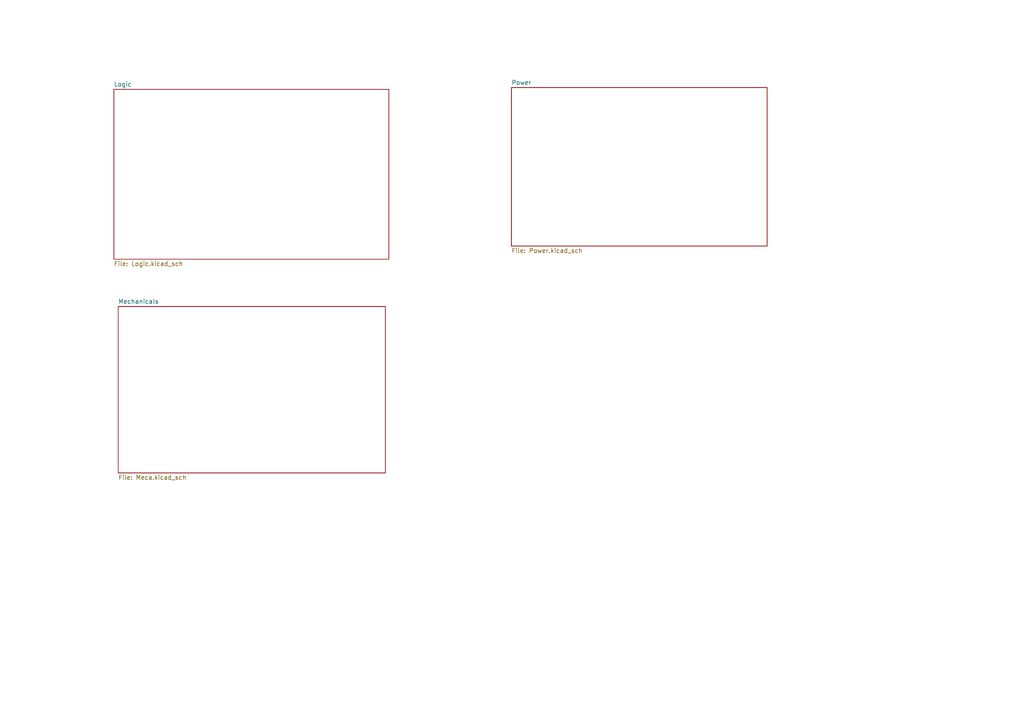
<source format=kicad_sch>
(kicad_sch (version 20230121) (generator eeschema)

  (uuid 1ef59d5b-39eb-49f8-99b9-e861d13c2482)

  (paper "A4")

  (lib_symbols
  )


  (sheet (at 34.29 88.9) (size 77.47 48.26) (fields_autoplaced)
    (stroke (width 0.1524) (type solid))
    (fill (color 0 0 0 0.0000))
    (uuid 2bf74d3e-04f5-4f14-a385-297b90a10080)
    (property "Sheetname" "Mechanicals" (at 34.29 88.1884 0)
      (effects (font (size 1.27 1.27)) (justify left bottom))
    )
    (property "Sheetfile" "Meca.kicad_sch" (at 34.29 137.7446 0)
      (effects (font (size 1.27 1.27)) (justify left top))
    )
    (instances
      (project "MainBoard V4"
        (path "/1ef59d5b-39eb-49f8-99b9-e861d13c2482" (page "6"))
      )
    )
  )

  (sheet (at 33.02 25.908) (size 79.756 49.276) (fields_autoplaced)
    (stroke (width 0.1524) (type solid))
    (fill (color 0 0 0 0.0000))
    (uuid a5df44ab-6b7a-4a63-bb76-d214f269f7a0)
    (property "Sheetname" "Logic" (at 33.02 25.1964 0)
      (effects (font (size 1.27 1.27)) (justify left bottom))
    )
    (property "Sheetfile" "Logic.kicad_sch" (at 33.02 75.7686 0)
      (effects (font (size 1.27 1.27)) (justify left top))
    )
    (instances
      (project "MainBoard V4"
        (path "/1ef59d5b-39eb-49f8-99b9-e861d13c2482" (page "2"))
      )
    )
  )

  (sheet (at 148.336 25.4) (size 74.168 45.974) (fields_autoplaced)
    (stroke (width 0.1524) (type solid))
    (fill (color 0 0 0 0.0000))
    (uuid fb6ec5c9-59b4-4943-9b7c-86a0aa30c57d)
    (property "Sheetname" "Power" (at 148.336 24.6884 0)
      (effects (font (size 1.27 1.27)) (justify left bottom))
    )
    (property "Sheetfile" "Power.kicad_sch" (at 148.336 71.9586 0)
      (effects (font (size 1.27 1.27)) (justify left top))
    )
    (property "Champ2" "" (at 148.336 25.4 0)
      (effects (font (size 1.27 1.27)) hide)
    )
    (instances
      (project "MainBoard V4"
        (path "/1ef59d5b-39eb-49f8-99b9-e861d13c2482" (page "4"))
      )
    )
  )

  (sheet_instances
    (path "/" (page "1"))
  )
)

</source>
